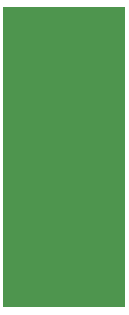
<source format=gko>
G04*
G04 #@! TF.GenerationSoftware,Altium Limited,Altium Designer,21.6.1 (37)*
G04*
G04 Layer_Color=16711935*
%FSLAX44Y44*%
%MOMM*%
G71*
G04*
G04 #@! TF.SameCoordinates,92C9E3DA-2EC7-41D8-9103-AA549F60DB15*
G04*
G04*
G04 #@! TF.FilePolarity,Positive*
G04*
G01*
G75*
%ADD125R,10.4000X25.4000*%
D125*
X24568Y236220D02*
D03*
M02*

</source>
